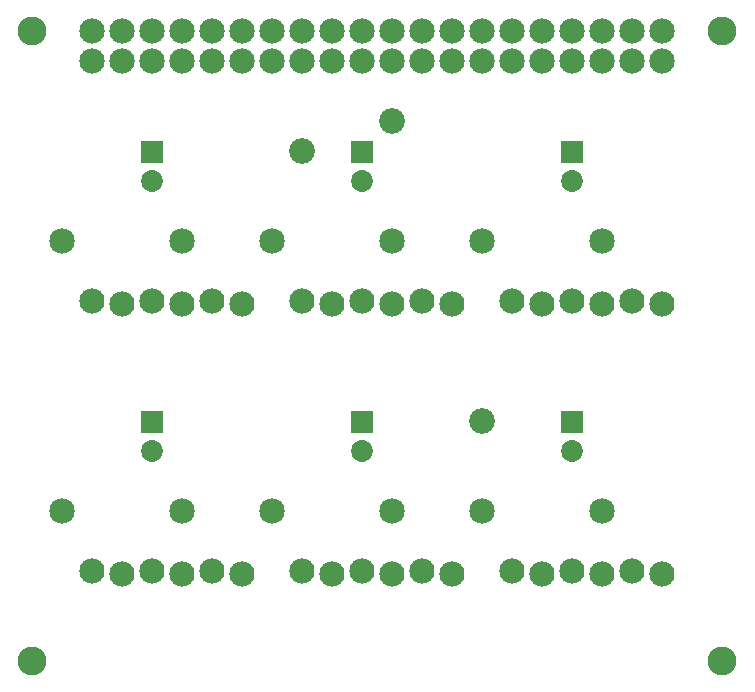
<source format=gbs>
G04 MADE WITH FRITZING*
G04 WWW.FRITZING.ORG*
G04 DOUBLE SIDED*
G04 HOLES PLATED*
G04 CONTOUR ON CENTER OF CONTOUR VECTOR*
%ASAXBY*%
%FSLAX23Y23*%
%MOIN*%
%OFA0B0*%
%SFA1.0B1.0*%
%ADD10C,0.085000*%
%ADD11C,0.072992*%
%ADD12C,0.084000*%
%ADD13C,0.085433*%
%ADD14C,0.084667*%
%ADD15C,0.084695*%
%ADD16C,0.096614*%
%ADD17R,0.072992X0.072992*%
%LNMASK0*%
G90*
G70*
G54D10*
X1686Y668D03*
X2086Y668D03*
X986Y668D03*
X1386Y668D03*
X286Y668D03*
X686Y668D03*
X986Y1568D03*
X1386Y1568D03*
X286Y1568D03*
X686Y1568D03*
X1686Y1568D03*
X2086Y1568D03*
G54D11*
X1286Y966D03*
X1286Y868D03*
X1986Y966D03*
X1986Y868D03*
X586Y966D03*
X586Y868D03*
X1986Y1866D03*
X1986Y1768D03*
X1286Y1866D03*
X1286Y1768D03*
X586Y1866D03*
X586Y1768D03*
G54D12*
X886Y1358D03*
X786Y1368D03*
X686Y1358D03*
X586Y1368D03*
X486Y1358D03*
X386Y1368D03*
X1586Y1358D03*
X1486Y1368D03*
X1386Y1358D03*
X1286Y1368D03*
X1186Y1358D03*
X1086Y1368D03*
X2286Y1358D03*
X2186Y1368D03*
X2086Y1358D03*
X1986Y1368D03*
X1886Y1358D03*
X1786Y1368D03*
X886Y458D03*
X786Y468D03*
X686Y458D03*
X586Y468D03*
X486Y458D03*
X386Y468D03*
X1586Y458D03*
X1486Y468D03*
X1386Y458D03*
X1286Y468D03*
X1186Y458D03*
X1086Y468D03*
X2286Y458D03*
X2186Y468D03*
X2086Y458D03*
X1986Y468D03*
X1886Y458D03*
X1786Y468D03*
G54D13*
X1386Y1968D03*
X1686Y968D03*
X1086Y1868D03*
G54D14*
X386Y2168D03*
X486Y2168D03*
X586Y2168D03*
X686Y2168D03*
G54D15*
X786Y2168D03*
G54D14*
X886Y2168D03*
X986Y2168D03*
X1086Y2168D03*
X1186Y2168D03*
G54D15*
X1286Y2168D03*
G54D14*
X1386Y2168D03*
G54D15*
X1486Y2168D03*
G54D14*
X1586Y2168D03*
X1686Y2168D03*
X1786Y2168D03*
X1886Y2168D03*
G54D15*
X1986Y2168D03*
G54D14*
X2086Y2168D03*
X2186Y2168D03*
X2286Y2168D03*
X2286Y2268D03*
X2186Y2268D03*
X2086Y2268D03*
G54D15*
X1986Y2268D03*
G54D14*
X1886Y2268D03*
X1786Y2268D03*
X1686Y2268D03*
X1586Y2268D03*
G54D15*
X1486Y2268D03*
G54D14*
X1386Y2268D03*
G54D15*
X1286Y2268D03*
G54D14*
X1186Y2268D03*
X1086Y2268D03*
X986Y2268D03*
X886Y2268D03*
G54D15*
X786Y2268D03*
G54D14*
X686Y2268D03*
X586Y2268D03*
X486Y2268D03*
X386Y2268D03*
G54D16*
X2486Y2268D03*
X186Y2268D03*
X2486Y168D03*
X186Y168D03*
G54D17*
X1286Y966D03*
X1986Y966D03*
X586Y966D03*
X1986Y1866D03*
X1286Y1866D03*
X586Y1866D03*
G04 End of Mask0*
M02*
</source>
